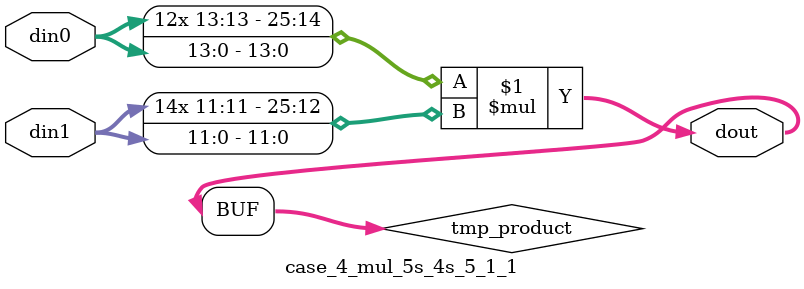
<source format=v>

`timescale 1 ns / 1 ps

 module case_4_mul_5s_4s_5_1_1(din0, din1, dout);
parameter ID = 1;
parameter NUM_STAGE = 0;
parameter din0_WIDTH = 14;
parameter din1_WIDTH = 12;
parameter dout_WIDTH = 26;

input [din0_WIDTH - 1 : 0] din0; 
input [din1_WIDTH - 1 : 0] din1; 
output [dout_WIDTH - 1 : 0] dout;

wire signed [dout_WIDTH - 1 : 0] tmp_product;



























assign tmp_product = $signed(din0) * $signed(din1);








assign dout = tmp_product;





















endmodule

</source>
